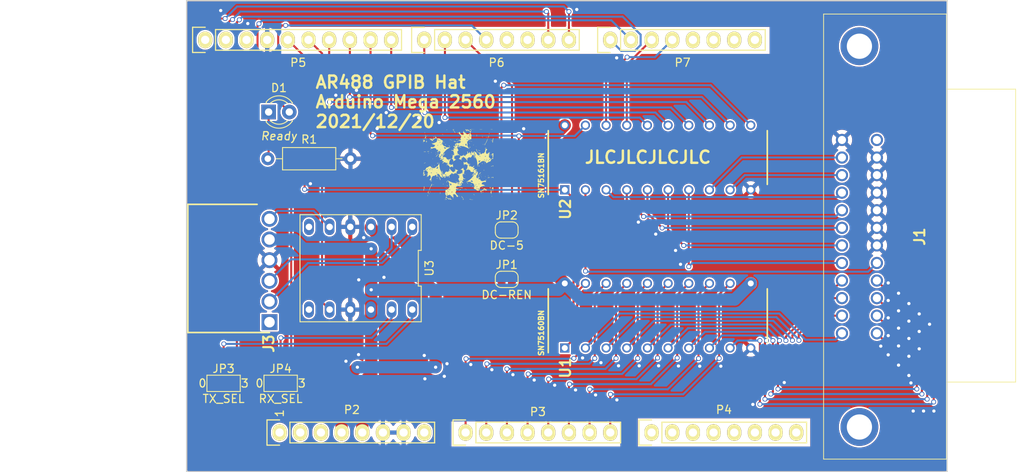
<source format=kicad_pcb>
(kicad_pcb (version 20211014) (generator pcbnew)
  (title_block (date "mar. 31 mars 2015"))
  (layers (0 "F.Cu" signal) (31 "B.Cu" signal) (34 "B.Paste" user) (35 "F.Paste" user) (36 "B.SilkS" user "B.Silkscreen") (37 "F.SilkS" user "F.Silkscreen") (38 "B.Mask" user) (39 "F.Mask" user) (44 "Edge.Cuts" user))
  (net 0 "")
  (net 1 "GND")
  (net 2 "+5V")
  (net 3 "/IOREF")
  (net 4 "/Reset")
  (net 5 "/Vin")
  (net 6 "/A0")
  (net 7 "/A1")
  (net 8 "/A2")
  (net 9 "/A3")
  (net 10 "/A4")
  (net 11 "/A5")
  (net 12 "/A6")
  (net 13 "/A7")
  (net 14 "/A8")
  (net 15 "/A9")
  (net 16 "/A10")
  (net 17 "/A11")
  (net 18 "/A12")
  (net 19 "/A13")
  (net 20 "/A14")
  (net 21 "/A15")
  (net 22 "/SCL")
  (net 23 "/SDA")
  (net 24 "/AREF")
  (net 25 "/13(**)")
  (net 26 "/12(**)")
  (net 27 "/11(**)")
  (net 28 "/10(**)")
  (net 29 "/9(**)")
  (net 30 "/8(**)")
  (net 31 "/7(**)")
  (net 32 "/6(**)")
  (net 33 "/5(**)")
  (net 34 "/4(**)")
  (net 35 "/3(**)")
  (net 36 "/2(**)")
  (net 37 "/20(SDA)")
  (net 38 "/21(SCL)")
  (net 39 "/GPIB1")
  (net 40 "/GPIB2")
  (net 41 "/GPIB3")
  (net 42 "/GPIB4")
  (net 43 "/GPIB5")
  (net 44 "/GPIB6")
  (net 45 "/GPIB7")
  (net 46 "+3V3")
  (net 47 "/1(Tx0)")
  (net 48 "/0(Rx0)")
  (net 49 "/14(Tx3)")
  (net 50 "/15(Rx3)")
  (net 51 "/16(Tx2)")
  (net 52 "/17(Rx2)")
  (net 53 "/18(Tx1)")
  (net 54 "/19(Rx1)")
  (net 55 "/GPIB8")
  (net 56 "/GPIB9")
  (net 57 "/GPIB10")
  (net 58 "/GPIB11")
  (net 59 "/GPIB13")
  (net 60 "/GPIB14")
  (net 61 "/GPIB15")
  (net 62 "/GPIB16")
  (net 63 "/GPIB17")
  (net 64 "/GPIB24")
  (net 68 "Net-(D1-Pad1)")
  (net 69 "/STATE")
  (net 70 "/RXD")
  (net 71 "/TXD")
  (net 72 "/EN")
  (net 73 "Net-(JP1-Pad1)")
  (net 74 "Net-(JP3-Pad2)")
  (net 75 "Net-(JP4-Pad2)")
  (footprint "Socket_Arduino_Mega:Socket_Strip_Arduino_1x08" (layer "F.Cu") (at 131.318 119.126)
    (fp_text reference "P2")
    (fp_text value "Power")
  )
  (footprint "Socket_Arduino_Mega:Socket_Strip_Arduino_1x08" (layer "F.Cu") (at 154.178 119.126)
    (fp_text reference "P3")
    (fp_text value "Analog")
  )
  (footprint "Socket_Arduino_Mega:Socket_Strip_Arduino_1x08" (layer "F.Cu") (at 177.038 119.126)
    (fp_text reference "P4")
    (fp_text value "Analog")
  )
  (footprint "Socket_Arduino_Mega:Socket_Strip_Arduino_1x10" (layer "F.Cu") (at 122.174 70.866)
    (fp_text reference "P5")
    (fp_text value "PWM")
  )
  (footprint "Socket_Arduino_Mega:Socket_Strip_Arduino_1x08" (layer "F.Cu") (at 149.098 70.866)
    (fp_text reference "P6")
    (fp_text value "PWM")
  )
  (footprint "Socket_Arduino_Mega:Socket_Strip_Arduino_1x08" (layer "F.Cu") (at 171.958 70.866)
    (fp_text reference "P7")
    (fp_text value "Communication")
  )
  (footprint "Socket_Arduino_Mega:DIP794W53P254L2540H508Q20N" (layer "F.Cu") (at 177.798 85.3268 90)
    (fp_text reference "U2")
    (fp_text value "SN75161BN" hide)
  )
  (footprint "Socket_Arduino_Mega:DIP794W53P254L2540H508Q20N" (layer "F.Cu") (at 177.798 104.7668 90)
    (fp_text reference "U1")
    (fp_text value "SN75160BN" hide)
  )
  (footprint "Jumper:SolderJumper-2_P1.3mm_Open_RoundedPad1.0x1.5mm" (layer "F.Cu") (at 159.2326 94.234)
    (fp_text reference "JP2")
    (fp_text value "DC-5")
  )
  (footprint "Jumper:SolderJumper-2_P1.3mm_Open_RoundedPad1.0x1.5mm" (layer "F.Cu") (at 159.2326 100.3046)
    (fp_text reference "JP1")
    (fp_text value "DC-REN")
  )
  (footprint "Socket_Arduino_Mega:logo" (layer "F.Cu") (at 153.289 86.1822)
    (fp_text reference "G***" hide)
    (fp_text value "LOGO" hide)
  )
  (footprint "Socket_Arduino_Mega:DIP-12_400_ELL" (layer "F.Cu") (at 142.2654 99.9236 -90)
    (fp_text reference "U3")
    (fp_text value "Level_Shifter")
  )
  (footprint "Resistor_THT:R_Axial_DIN0207_L6.3mm_D2.5mm_P10.16mm_Horizontal" (layer "F.Cu") (at 129.8702 85.471)
    (fp_text reference "R1")
    (fp_text value "1k")
  )
  (footprint "Socket_Arduino_Mega:112024213R001" (layer "F.Cu") (at 200.4368 106.9268 90)
    (fp_text reference "J1")
    (fp_text value "112-024-213R001" hide)
  )
  (footprint "Socket_Arduino_Mega:RHDRRA6W79P0X254_1X6_1575X851X241P" (layer "F.Cu") (at 130.0734 105.5624 90)
    (fp_text reference "J3")
    (fp_text value "HC-05" hide)
  )
  (footprint "Jumper:SolderJumper-3_P1.3mm_Open_Pad1.0x1.5mm_NumberLabels" (layer "F.Cu") (at 124.434594 113.0808)
    (fp_text reference "JP3")
    (fp_text value "TX_SEL")
  )
  (footprint "LED_THT:LED_D3.0mm" (layer "F.Cu") (at 129.9702 79.7306)
    (fp_text reference "D1")
    (fp_text value "Ready")
  )
  (footprint "Jumper:SolderJumper-3_P1.3mm_Open_Pad1.0x1.5mm_NumberLabels" (layer "F.Cu") (at 131.444994 113.0808)
    (fp_text reference "JP4")
    (fp_text value "RX_SEL")
  )
  (gr_line (start 119.888 123.952) (end 119.888 66.04) (layer "Edge.Cuts") (width 0.15))
  (gr_line (start 213.36 123.952) (end 119.888 123.952) (layer "Edge.Cuts") (width 0.15))
  (gr_line (start 213.36 123.952) (end 213.36 66.04) (layer "Edge.Cuts") (width 0.15))
  (gr_line (start 119.888 66.04) (end 213.36 66.04) (layer "Edge.Cuts") (width 0.15))
  (gr_text "SN75161BN" (at 163.4744 87.5284 90) (layer "F.SilkS") (effects (font (size 0.635 0.635))))
  (gr_text "JLCJLCJLCJLC" (at 176.5808 85.2932) (layer "F.SilkS") (effects (font (size 1.5 1.5) (thickness 0.3))))
  (gr_text "SN75160BN" (at 163.4744 106.8832 90) (layer "F.SilkS") (effects (font (size 0.635 0.635) (thickness 0.15875))))
  (gr_text "1" (at 131.318 116.7638 90) (layer "F.SilkS") (effects (font (size 1 1))))
  (gr_text "AR488 GPIB Hat\nArduino Mega 2560\n2021/12/20" (at 135.5852 78.486) (layer "F.SilkS") (effects (font (size 1.5 1.5) (thickness 0.3)) (justify left)))
  (via (at 189.484 115.6716) (size 0.6) (drill 0.4) (layers "F.Cu" "B.Cu") (net 1))
  (via (at 143.3068 81.7626) (size 0.6) (drill 0.4) (layers "F.Cu" "B.Cu") (net 1))
  (via (at 207.391 110.8456) (size 0.6) (drill 0.4) (layers "F.Cu" "B.Cu") (net 1))
  (via (at 207.391 108.4834) (size 0.6) (drill 0.4) (layers "F.Cu" "B.Cu") (net 1))
  (via (at 209.931 108.839) (size 0.6) (drill 0.4) (layers "F.Cu" "B.Cu") (net 1))
  (via (at 208.661 107.569) (size 0.6) (drill 0.4) (layers "F.Cu" "B.Cu") (net 1))
  (via (at 168.5544 109.9566) (size 0.6) (drill 0.4) (layers "F.Cu" "B.Cu") (net 1))
  (via (at 148.4122 80.4418) (size 0.6) (drill 0.4) (layers "F.Cu" "B.Cu") (net 1))
  (via (at 172.974 110.9218) (size 0.6) (drill 0.4) (layers "F.Cu" "B.Cu") (net 1))
  (via (at 211.7344 116.4844) (size 0.6) (drill 0.4) (layers "F.Cu" "B.Cu") (net 1))
  (via (at 144.4244 79.8068) (size 0.6) (drill 0.4) (layers "F.Cu" "B.Cu") (net 1))
  (via (at 193.3448 112.9792) (size 0.6) (drill 0.4) (layers "F.Cu" "B.Cu") (net 1))
  (via (at 161.3154 81.788) (size 0.6) (drill 0.4) (layers "F.Cu" "B.Cu") (net 1))
  (via (at 167.8432 67.1322) (size 0.6) (drill 0.4) (layers "F.Cu" "B.Cu") (net 1))
  (via (at 157.4038 111.4044) (size 0.6) (drill 0.4) (layers "F.Cu" "B.Cu") (net 1))
  (via (at 207.391 102.0064) (size 0.6) (drill 0.4) (layers "F.Cu" "B.Cu") (net 1))
  (via (at 209.931 106.7054) (size 0.6) (drill 0.4) (layers "F.Cu" "B.Cu") (net 1))
  (via (at 208.661 109.7534) (size 0.6) (drill 0.4) (layers "F.Cu" "B.Cu") (net 1))
  (via (at 151.892 110.6678) (size 0.6) (drill 0.4) (layers "F.Cu" "B.Cu") (net 1))
  (via (at 172.7708 115.1128) (size 0.6) (drill 0.4) (layers "F.Cu" "B.Cu") (net 1))
  (via (at 207.391 104.1654) (size 0.6) (drill 0.4) (layers "F.Cu" "B.Cu") (net 1))
  (via (at 150.9268 81.026) (size 0.6) (drill 0.4) (layers "F.Cu" "B.Cu") (net 1))
  (via (at 206.121 100.7364) (size 0.6) (drill 0.4) (layers "F.Cu" "B.Cu") (net 1))
  (via (at 207.391 106.299) (size 0.6) (drill 0.4) (layers "F.Cu" "B.Cu") (net 1))
  (via (at 141.6558 95.1738) (size 0.6) (drill 0.4) (layers "F.Cu" "B.Cu") (net 1))
  (via (at 206.121 105.029) (size 0.6) (drill 0.4) (layers "F.Cu" "B.Cu") (net 1))
  (via (at 205.2066 108.5088) (size 0.6) (drill 0.4) (layers "F.Cu" "B.Cu") (net 1))
  (via (at 206.121 107.2134) (size 0.6) (drill 0.4) (layers "F.Cu" "B.Cu") (net 1))
  (via (at 175.514 110.9218) (size 0.6) (drill 0.4) (layers "F.Cu" "B.Cu") (net 1))
  (via (at 208.915 113.03) (size 0.6) (drill 0.4) (layers "F.Cu" "B.Cu") (net 1))
  (via (at 167.6908 113.8936) (size 0.6) (drill 0.4) (layers "F.Cu" "B.Cu") (net 1))
  (via (at 144.145 100.0506) (size 0.6) (drill 0.4) (layers "F.Cu" "B.Cu") (net 1))
  (via (at 127.4064 68.8594) (size 0.6) (drill 0.4) (layers "F.Cu" "B.Cu") (net 1))
  (via (at 206.121 109.5756) (size 0.6) (drill 0.4) (layers "F.Cu" "B.Cu") (net 1))
  (via (at 159.9946 112.014) (size 0.6) (drill 0.4) (layers "F.Cu" "B.Cu") (net 1))
  (via (at 182.9562 110.9726) (size 0.6) (drill 0.4) (layers "F.Cu" "B.Cu") (net 1))
  (via (at 149.1742 112.522) (size 0.6) (drill 0.4) (layers "F.Cu" "B.Cu") (net 1))
  (via (at 211.201 105.8164) (size 0.6) (drill 0.4) (layers "F.Cu" "B.Cu") (net 1))
  (via (at 165.1254 113.3094) (size 0.6) (drill 0.4) (layers "F.Cu" "B.Cu") (net 1))
  (via (at 170.815 110.5408) (size 0.6) (drill 0.4) (layers "F.Cu" "B.Cu") (net 1))
  (via (at 177.546 94.742) (size 0.6) (drill 0.4) (layers "F.Cu" "B.Cu") (net 1))
  (via (at 141.0462 100.3554) (size 0.6) (drill 0.4) (layers "F.Cu" "B.Cu") (net 1))
  (via (at 139.4714 110.363) (size 0.6) (drill 0.4) (layers "F.Cu" "B.Cu") (net 1))
  (via (at 177.9016 110.9218) (size 0.6) (drill 0.4) (layers "F.Cu" "B.Cu") (net 1))
  (via (at 135.1026 88.5444) (size 0.6) (drill 0.4) (layers "F.Cu" "B.Cu") (net 1))
  (via (at 208.661 105.4354) (size 0.6) (drill 0.4) (layers "F.Cu" "B.Cu") (net 1))
  (via (at 140.7668 77.0636) (size 0.6) (drill 0.4) (layers "F.Cu" "B.Cu") (net 1))
  (via (at 170.1546 114.5032) (size 0.6) (drill 0.4) (layers "F.Cu" "B.Cu") (net 1))
  (via (at 180.34 110.9472) (size 0.6) (drill 0.4) (layers "F.Cu" "B.Cu") (net 1))
  (via (at 180.594 98.4504) (size 0.6) (drill 0.4) (layers "F.Cu" "B.Cu") (net 1))
  (via (at 209.1944 116.4844) (size 0.6) (drill 0.4) (layers "F.Cu" "B.Cu") (net 1))
  (via (at 157.8356 75.946) (size 0.6) (drill 0.4) (layers "F.Cu" "B.Cu") (net 1))
  (via (at 175.4124 93.2688) (size 0.6) (drill 0.4) (layers "F.Cu" "B.Cu") (net 1))
  (via (at 149.098 109.6518) (size 0.6) (drill 0.4) (layers "F.Cu" "B.Cu") (net 1))
  (via (at 172.7454 73.0758) (size 0.6) (drill 0.4) (layers "F.Cu" "B.Cu") (net 1))
  (via (at 138.2268 77.6732) (size 0.6) (drill 0.4) (layers "F.Cu" "B.Cu") (net 1))
  (via (at 210.4644 116.4844) (size 0.6) (drill 0.4) (layers "F.Cu" "B.Cu") (net 1))
  (via (at 141.0208 109.5502) (size 0.6) (drill 0.4) (layers "F.Cu" "B.Cu") (net 1))
  (via (at 209.931 104.5464) (size 0.6) (drill 0.4) (layers "F.Cu" "B.Cu") (net 1))
  (via (at 124.079 67.2592) (size 0.6) (drill 0.4) (layers "F.Cu" "B.Cu") (net 1))
  (via (at 151.5618 112.2172) (size 0.6) (drill 0.4) (layers "F.Cu" "B.Cu") (net 1))
  (via (at 179.9844 96.7486) (size 0.6) (drill 0.4) (layers "F.Cu" "B.Cu") (net 1))
  (via (at 162.6108 112.6744) (size 0.6) (drill 0.4) (layers "F.Cu" "B.Cu") (net 1))
  (via (at 208.661 103.2764) (size 0.6) (drill 0.4) (layers "F.Cu" "B.Cu") (net 1))
  (via (at 206.121 102.8954) (size 0.6) (drill 0.4) (layers "F.Cu" "B.Cu") (net 1))
  (via (at 154.813 110.7694) (size 0.6) (drill 0.4) (layers "F.Cu" "B.Cu") (net 1))
  (via (at 185.547 110.9726) (size 0.6) (drill 0.4) (layers "F.Cu" "B.Cu") (net 1))
  (via (at 208.661 112.1156) (size 0.6) (drill 0.4) (layers "F.Cu" "B.Cu") (net 1))
  (segment (start 141.478 113.0808) (end 142.5768 111.982) (width 1.5) (layer "F.Cu") (net 2))
  (segment (start 142.5768 111.982) (end 142.5768 105.0224) (width 1.5) (layer "F.Cu") (net 2))
  (segment (start 142.5768 103.3224) (end 142.5768 101.5812) (width 1.5) (layer "F.Cu") (net 2))
  (segment (start 164.853489 99.282289) (end 164.853489 82.871311) (width 1.5) (layer "F.Cu") (net 2))
  (segment (start 166.368 100.7968) (end 164.853489 99.282289) (width 1.5) (layer "F.Cu") (net 2))
  (segment (start 141.478 119.126) (end 141.478 113.0808) (width 1.5) (layer "F.Cu") (net 2))
  (segment (start 142.5768 101.5812) (end 142.5768 96.552) (width 1.5) (layer "F.Cu") (net 2))
  (segment (start 142.5768 103.3224) (end 142.5768 105.0224) (width 1.5) (layer "F.Cu") (net 2))
  (segment (start 142.5768 96.552) (end 142.5702 96.5454) (width 1.5) (layer "F.Cu") (net 2))
  (segment (start 164.853489 82.871311) (end 166.368 81.3568) (width 1.5) (layer "F.Cu") (net 2))
  (via (at 142.5702 96.5454) (size 0.6) (drill 0.4) (layers "F.Cu" "B.Cu") (net 2))
  (via (at 142.5768 101.5812) (size 0.6) (drill 0.4) (layers "F.Cu" "B.Cu") (net 2))
  (segment (start 166.368 100.7968) (end 168.3512 102.78) (width 1.5) (layer "B.Cu") (net 2))
  (segment (start 168.3512 102.78) (end 187.2448 102.78) (width 1.5) (layer "B.Cu") (net 2))
  (segment (start 187.2448 102.78) (end 189.228 100.7968) (width 1.5) (layer "B.Cu") (net 2))
  (segment (start 142.5768 101.5812) (end 165.5836 101.5812) (width 1.5) (layer "B.Cu") (net 2))
  (segment (start 165.5836 101.5812) (end 166.368 100.7968) (width 1.5) (layer "B.Cu") (net 2))
  (segment (start 133.096 95.4024) (end 130.0734 95.4024) (width 1.5) (layer "B.Cu") (net 2))
  (segment (start 142.5702 96.5454) (end 134.239 96.5454) (width 1.5) (layer "B.Cu") (net 2))
  (segment (start 134.239 96.5454) (end 133.096 95.4024) (width 1.5) (layer "B.Cu") (net 2))
  (segment (start 167.892039 101.812761) (end 168.908 100.7968) (width 0.25) (layer "F.Cu") (net 6))
  (segment (start 154.178 110.109) (end 154.2288 110.0582) (width 0.25) (layer "F.Cu") (net 6))
  (segment (start 167.892039 109.602961) (end 167.892039 101.812761) (width 0.25) (layer "F.Cu") (net 6))
  (segment (start 167.4876 110.0074) (end 167.892039 109.602961) (width 0.25) (layer "F.Cu") (net 6))
  (segment (start 154.178 119.126) (end 154.178 110.109) (width 0.25) (layer "F.Cu") (net 6))
  (via (at 167.4876 110.0074) (size 0.6) (drill 0.4) (layers "F.Cu" "B.Cu") (net 6))
  (via (at 154.2288 110.0582) (size 0.6) (drill 0.4) (layers "F.Cu" "B.Cu") (net 6))
  (segment (start 167.4368 110.0582) (end 167.4876 110.0074) (width 0.25) (layer "B.Cu") (net 6))
  (segment (start 154.2288 110.0582) (end 167.4368 110.0582) (width 0.25) (layer "B.Cu") (net 6))
  (segment (start 170.053 102.1918) (end 171.448 100.7968) (width 0.25) (layer "F.Cu") (net 7))
  (segment (start 156.718 110.7589) (end 156.7942 110.6827) (width 0.25) (layer "F.Cu") (net 7))
  (segment (start 156.718 119.126) (end 156.718 110.7589) (width 0.25) (layer "F.Cu") (net 7))
  (segment (start 170.053 110.0074) (end 170.053 102.1918) (width 0.25) (layer "F.Cu") (net 7))
  (via (at 170.053 110.0074) (size 0.6) (drill 0.4) (layers "F.Cu" "B.Cu") (net 7))
  (via (at 156.7942 110.6827) (size 0.6) (drill 0.4) (layers "F.Cu" "B.Cu") (net 7))
  (segment (start 169.3777 110.6827) (end 170.053 110.0074) (width 0.25) (layer "B.Cu") (net 7))
  (segment (start 156.7942 110.6827) (end 169.3777 110.6827) (width 0.25) (layer "B.Cu") (net 7))
  (segment (start 172.6692 110.0074) (end 172.6692 102.1156) (width 0.25) (layer "F.Cu") (net 8))
  (segment (start 172.6692 102.1156) (end 173.988 100.7968) (width 0.25) (layer "F.Cu") (net 8))
  (segment (start 159.258 119.126) (end 159.258 111.3072) (width 0.25) (layer "F.Cu") (net 8))
  (via (at 159.258 111.3072) (size 0.6) (drill 0.4) (layers "F.Cu" "B.Cu") (net 8))
  (via (at 172.6692 110.0074) (size 0.6) (drill 0.4) (layers "F.Cu" "B.Cu") (net 8))
  (segment (start 159.258 111.3072) (end 171.3694 111.3072) (width 0.25) (layer "B.Cu") (net 8))
  (segment (start 171.3694 111.3072) (end 172.6692 110.0074) (width 0.25) (layer "B.Cu") (net 8))
  (segment (start 161.798 119.126) (end 161.798 112.0079) (width 0.25) (layer "F.Cu") (net 9))
  (segment (start 175.3362 101.9886) (end 176.528 100.7968) (width 0.25) (layer "F.Cu") (net 9))
  (segment (start 175.3362 110.0074) (end 175.3362 101.9886) (width 0.25) (layer "F.Cu") (net 9))
  (segment (start 161.798 112.0079) (end 161.8742 111.9317) (width 0.25) (layer "F.Cu") (net 9))
  (via (at 175.3362 110.0074) (size 0.6) (drill 0.4) (layers "F.Cu" "B.Cu") (net 9))
  (via (at 161.8742 111.9317) (size 0.6) (drill 0.4) (layers "F.Cu" "B.Cu") (net 9))
  (segment (start 173.4119 111.9317) (end 175.3362 110.0074) (width 0.25) (layer "B.Cu") (net 9))
  (segment (start 161.8742 111.9317) (end 173.4119 111.9317) (width 0.25) (layer "B.Cu") (net 9))
  (segment (start 177.7746 109.9566) (end 177.7746 102.0902) (width 0.25) (layer "F.Cu") (net 10))
  (segment (start 177.7746 102.0902) (end 179.068 100.7968) (width 0.25) (layer "F.Cu") (net 10))
  (segment (start 164.338 119.126) (end 164.338 112.607) (width 0.25) (layer "F.Cu") (net 10))
  (segment (start 164.338 112.607) (end 164.3888 112.5562) (width 0.25) (layer "F.Cu") (net 10))
  (via (at 177.7746 109.9566) (size 0.6) (drill 0.4) (layers "F.Cu" "B.Cu") (net 10))
  (via (at 164.3888 112.5562) (size 0.6) (drill 0.4) (layers "F.Cu" "B.Cu") (net 10))
  (segment (start 164.3888 112.5562) (end 175.175 112.5562) (width 0.25) (layer "B.Cu") (net 10))
  (segment (start 175.175 112.5562) (end 177.7746 109.9566) (width 0.25) (layer "B.Cu") (net 10))
  (segment (start 180.1876 109.9566) (end 180.1876 102.2172) (width 0.25) (layer "F.Cu") (net 11))
  (segment (start 166.878 113.2569) (end 166.9542 113.1807) (width 0.25) (layer "F.Cu") (net 11))
  (segment (start 180.1876 102.2172) (end 181.608 100.7968) (width 0.25) (layer "F.Cu") (net 11))
  (segment (start 166.878 119.126) (end 166.878 113.2569) (width 0.25) (layer "F.Cu") (net 11))
  (via (at 166.9542 113.1807) (size 0.6) (drill 0.4) (layers "F.Cu" "B.Cu") (net 11))
  (via (at 180.1876 109.9566) (size 0.6) (drill 0.4) (layers "F.Cu" "B.Cu") (net 11))
  (segment (start 176.9635 113.1807) (end 180.1876 109.9566) (width 0.25) (layer "B.Cu") (net 11))
  (segment (start 166.9542 113.1807) (end 176.9635 113.1807) (width 0.25) (layer "B.Cu") (net 11))
  (segment (start 169.418 119.126) (end 169.418 113.8306) (width 0.25) (layer "F.Cu") (net 12))
  (segment (start 169.418 113.8306) (end 169.4434 113.8052) (width 0.25) (layer "F.Cu") (net 12))
  (segment (start 182.8038 102.141) (end 184.148 100.7968) (width 0.25) (layer "F.Cu") (net 12))
  (segment (start 182.8038 110.0328) (end 182.8038 102.141) (width 0.25) (layer "F.Cu") (net 12))
  (via (at 169.4434 113.8052) (size 0.6) (drill 0.4) (layers "F.Cu" "B.Cu") (net 12))
  (via (at 182.8038 110.0328) (size 0.6) (drill 0.4) (layers "F.Cu" "B.Cu") (net 12))
  (segment (start 169.4434 113.8052) (end 179.0314 113.8052) (width 0.25) (layer "B.Cu") (net 12))
  (segment (start 179.0314 113.8052) (end 182.8038 110.0328) (width 0.25) (layer "B.Cu") (net 12))
  (segment (start 185.3438 110.0074) (end 185.3438 102.141) (width 0.25) (layer "F.Cu") (net 13))
  (segment (start 185.3438 102.141) (end 186.688 100.7968) (width 0.25) (layer "F.Cu") (net 13))
  (segment (start 171.958 119.126) (end 171.958 114.4551) (width 0.25) (layer "F.Cu") (net 13))
  (segment (start 171.958 114.4551) (end 171.9834 114.4297) (width 0.25) (layer "F.Cu") (net 13))
  (via (at 185.3438 110.0074) (size 0.6) (drill 0.4) (layers "F.Cu" "B.Cu") (net 13))
  (via (at 171.9834 114.4297) (size 0.6) (drill 0.4) (layers "F.Cu" "B.Cu") (net 13))
  (segment (start 171.9834 114.4297) (end 180.9215 114.4297) (width 0.25) (layer "B.Cu") (net 13))
  (segment (start 180.9215 114.4297) (end 185.3438 110.0074) (width 0.25) (layer "B.Cu") (net 13))
  (segment (start 134.3914 89.2302) (end 134.3914 72.9234) (width 0.25) (layer "F.Cu") (net 25))
  (segment (start 167.442519 90.371319) (end 167.442519 107.662281) (width 0.25) (layer "F.Cu") (net 25))
  (segment (start 167.442519 107.662281) (end 166.368 108.7368) (width 0.25) (layer "F.Cu") (net 25))
  (segment (start 134.3914 72.9234) (end 132.334 70.866) (width 0.25) (layer "F.Cu") (net 25))
  (segment (start 166.368 89.2968) (end 167.442519 90.371319) (width 0.25) (layer "F.Cu") (net 25))
  (via (at 134.3914 89.2302) (size 0.6) (drill 0.4) (layers "F.Cu" "B.Cu") (net 25))
  (segment (start 134.458 89.2968) (end 134.3914 89.2302) (width 0.25) (layer "B.Cu") (net 25))
  (segment (start 166.368 89.2968) (end 134.458 89.2968) (width 0.25) (layer "B.Cu") (net 25))
  (segment (start 137.4648 104.013) (end 136.54028 103.08848) (width 0.25) (layer "F.Cu") (net 26))
  (segment (start 136.54028 72.53228) (end 134.874 70.866) (width 0.25) (layer "F.Cu") (net 26))
  (segment (start 136.54028 103.08848) (end 136.54028 72.53228) (width 0.25) (layer "F.Cu") (net 26))
  (segment (start 137.4648 78.5114) (end 137.414 78.4606) (width 0.25) (layer "F.Cu") (net 27))
  (segment (start 137.414 78.4606) (end 137.414 70.866) (width 0.25) (layer "F.Cu") (net 27))
  (via (at 137.4648 78.5114) (size 0.6) (drill 0.4) (layers "F.Cu" "B.Cu") (net 27))
  (segment (start 181.3026 78.5114) (end 137.4648 78.5114) (width 0.25) (layer "B.Cu") (net 27))
  (segment (start 184.148 81.3568) (end 181.3026 78.5114) (width 0.25) (layer "B.Cu") (net 27))
  (segment (start 139.9286 77.8869) (end 139.954 77.8615) (width 0.25) (layer "F.Cu") (net 28))
  (segment (start 139.954 77.8615) (end 139.954 70.866) (width 0.25) (layer "F.Cu") (net 28))
  (via (at 139.9286 77.8869) (size 0.6) (drill 0.4) (layers "F.Cu" "B.Cu") (net 28))
  (segment (start 186.688 81.3568) (end 183.2181 77.8869) (width 0.25) (layer "B.Cu") (net 28))
  (segment (start 183.2181 77.8869) (end 139.9286 77.8869) (width 0.25) (layer "B.Cu") (net 28))
  (segment (start 159.8826 100.3046) (end 160.712262 99.474938) (width 0.25) (layer "F.Cu") (net 29))
  (segment (start 142.494 82.3976) (end 142.494 70.866) (width 0.25) (layer "F.Cu") (net 29))
  (segment (start 160.712262 99.474938) (end 160.712262 82.695938) (width 0.25) (layer "F.Cu") (net 29))
  (segment (start 160.712262 82.695938) (end 160.7312 82.677) (width 0.25) (layer "F.Cu") (net 29))
  (segment (start 142.748 82.6516) (end 142.494 82.3976) (width 0.25) (layer "F.Cu") (net 29))
  (via (at 160.7312 82.677) (size 0.6) (drill 0.4) (layers "F.Cu" "B.Cu") (net 29))
  (via (at 142.748 82.6516) (size 0.6) (drill 0.4) (layers "F.Cu" "B.Cu") (net 29))
  (segment (start 160.690889 82.636689) (end 142.762911 82.636689) (width 0.25) (layer "B.Cu") (net 29))
  (segment (start 160.7312 82.677) (end 167.5878 82.677) (width 0.25) (layer "B.Cu") (net 29))
  (segment (start 142.762911 82.636689) (end 142.748 82.6516) (width 0.25) (layer "B.Cu") (net 29))
  (segment (start 167.5878 82.677) (end 168.908 81.3568) (width 0.25) (layer "B.Cu") (net 29))
  (segment (start 160.7312 82.677) (end 160.690889 82.636689) (width 0.25) (layer "B.Cu") (net 29))
  (segment (start 145.034 79.1464) (end 145.034 70.866) (width 0.25) (layer "F.Cu") (net 30))
  (segment (start 145.0594 79.1718) (end 145.034 79.1464) (width 0.25) (layer "F.Cu") (net 30))
  (via (at 145.0594 79.1718) (size 0.6) (drill 0.4) (layers "F.Cu" "B.Cu") (net 30))
  (segment (start 179.423 79.1718) (end 145.0594 79.1718) (width 0.25) (layer "B.Cu") (net 30))
  (segment (start 181.608 81.3568) (end 179.423 79.1718) (width 0.25) (layer "B.Cu") (net 30))
  (segment (start 149.098 79.7306) (end 149.098 70.866) (width 0.25) (layer "F.Cu") (net 31))
  (segment (start 149.1742 79.8068) (end 149.098 79.7306) (width 0.25) (layer "F.Cu") (net 31))
  (via (at 149.1742 79.8068) (size 0.6) (drill 0.4) (layers "F.Cu" "B.Cu") (net 31))
  (segment (start 177.503089 79.791889) (end 149.189111 79.791889) (width 0.25) (layer "B.Cu") (net 31))
  (segment (start 149.189111 79.791889) (end 149.1742 79.8068) (width 0.25) (layer "B.Cu") (net 31))
  (segment (start 179.068 81.3568) (end 177.503089 79.791889) (width 0.25) (layer "B.Cu") (net 31))
  (segment (start 151.638 80.4164) (end 151.638 70.866) (width 0.25) (layer "F.Cu") (net 32))
  (via (at 151.638 80.4164) (size 0.6) (drill 0.4) (layers "F.Cu" "B.Cu") (net 32))
  (segment (start 175.5876 80.4164) (end 151.638 80.4164) (width 0.25) (layer "B.Cu") (net 32))
  (segment (start 176.528 81.3568) (end 175.5876 80.4164) (width 0.25) (layer "B.Cu") (net 32))
  (segment (start 159.8826 76.5706) (end 154.178 70.866) (width 0.25) (layer "F.Cu") (net 33))
  (segment (start 159.8826 94.234) (end 159.8826 76.5706) (width 0.25) (layer "F.Cu") (net 33))
  (segment (start 131.6482 69.088) (end 132.0546 69.088) (width 0.25) (layer "F.Cu") (net 34))
  (segment (start 131.14588 78.36628) (end 131.14588 69.59032) (width 0.25) (layer "F.Cu") (net 34))
  (segment (start 131.14588 69.59032) (end 131.6482 69.088) (width 0.25) (layer "F.Cu") (net 34))
  (segment (start 132.5102 79.7306) (end 131.14588 78.36628) (width 0.25) (layer "F.Cu") (net 34))
  (via (at 132.0546 69.088) (size 0.6) (drill 0.4) (layers "F.Cu" "B.Cu") (net 34))
  (segment (start 132.0546 69.088) (end 154.94 69.088) (width 0.25) (layer "B.Cu") (net 34))
  (segment (start 154.94 69.088) (end 156.718 70.866) (width 0.25) (layer "B.Cu") (net 34))
  (segment (start 192.731123 104.501369) (end 195.943705 107.713951) (width 0.25) (layer "B.Cu") (net 39))
  (segment (start 199.649649 107.713951) (end 200.4368 106.9268) (width 0.25) (layer "B.Cu") (net 39))
  (segment (start 195.943705 107.713951) (end 199.649649 107.713951) (width 0.25) (layer "B.Cu") (net 39))
  (segment (start 173.143431 104.501369) (end 192.731123 104.501369) (width 0.25) (layer "B.Cu") (net 39))
  (segment (start 168.908 108.7368) (end 173.143431 104.501369) (width 0.25) (layer "B.Cu") (net 39))
  (segment (start 195.144203 107.797642) (end 195.1228 107.776239) (width 0.25) (layer "F.Cu") (net 40))
  (segment (start 195.1228 107.776239) (end 195.1228 107.032236) (width 0.25) (layer "F.Cu") (net 40))
  (segment (start 195.1228 107.032236) (end 197.388236 104.7668) (width 0.25) (layer "F.Cu") (net 40))
  (segment (start 197.388236 104.7668) (end 200.4368 104.7668) (width 0.25) (layer "F.Cu") (net 40))
  (via (at 195.144203 107.797642) (size 0.6) (drill 0.4) (layers "F.Cu" "B.Cu") (net 40))
  (segment (start 175.233911 104.950889) (end 192.381482 104.950889) (width 0.25) (layer "B.Cu") (net 40))
  (segment (start 192.381482 104.950889) (end 195.144203 107.71361) (width 0.25) (layer "B.Cu") (net 40))
  (segment (start 195.144203 107.71361) (end 195.144203 107.797642) (width 0.25) (layer "B.Cu") (net 40))
  (segment (start 171.448 108.7368) (end 175.233911 104.950889) (width 0.25) (layer "B.Cu") (net 40))
  (segment (start 198.912518 102.6068) (end 200.4368 102.6068) (width 0.25) (layer "F.Cu") (net 41))
  (segment (start 194.344701 107.797301) (end 194.344701 107.174617) (width 0.25) (layer "F.Cu") (net 41))
  (segment (start 194.344701 107.174617) (end 198.912518 102.6068) (width 0.25) (layer "F.Cu") (net 41))
  (via (at 194.344701 107.797301) (size 0.6) (drill 0.4) (layers "F.Cu" "B.Cu") (net 41))
  (segment (start 177.324391 105.400409) (end 192.006214 105.400409) (width 0.25) (layer "B.Cu") (net 41))
  (segment (start 194.344701 107.738896) (end 194.344701 107.797301) (width 0.25) (layer "B.Cu") (net 41))
  (segment (start 192.006214 105.400409) (end 194.344701 107.738896) (width 0.25) (layer "B.Cu") (net 41))
  (segment (start 173.988 108.7368) (end 177.324391 105.400409) (width 0.25) (layer "B.Cu") (net 41))
  (segment (start 193.545612 107.337988) (end 200.4368 100.4468) (width 0.25) (layer "F.Cu") (net 42))
  (segment (start 193.545612 107.823) (end 193.545612 107.337988) (width 0.25) (layer "F.Cu") (net 42))
  (via (at 193.545612 107.823) (size 0.6) (drill 0.4) (layers "F.Cu" "B.Cu") (net 42))
  (segment (start 193.545612 107.73931) (end 193.545612 107.823) (width 0.25) (layer "B.Cu") (net 42))
  (segment (start 191.656231 105.849929) (end 193.545612 107.73931) (width 0.25) (layer "B.Cu") (net 42))
  (segment (start 179.414871 105.849929) (end 191.656231 105.849929) (width 0.25) (layer "B.Cu") (net 42))
  (segment (start 176.528 108.7368) (end 179.414871 105.849929) (width 0.25) (layer "B.Cu") (net 42))
  (segment (start 181.608 98.734811) (end 181.61 98.736811) (width 0.25) (layer "F.Cu") (net 43))
  (segment (start 181.608 89.2968) (end 181.608 98.734811) (width 0.25) (layer "F.Cu") (net 43))
  (via (at 181.61 98.736811) (size 0.6) (drill 0.4) (layers "F.Cu" "B.Cu") (net 43))
  (segment (start 181.61 98.736811) (end 182.060011 98.2868) (width 0.25) (layer "B.Cu") (net 43))
  (segment (start 182.060011 98.2868) (end 200.4368 98.2868) (width 0.25) (layer "B.Cu") (net 43))
  (segment (start 179.068 89.2968) (end 179.068 94.2235) (width 0.25) (layer "F.Cu") (net 44))
  (segment (start 179.068 94.2235) (end 180.9835 96.139) (width 0.25) (layer "F.Cu") (net 44))
  (via (at 180.9835 96.139) (size 0.6) (drill 0.4) (layers "F.Cu" "B.Cu") (net 44))
  (segment (start 180.9957 96.1268) (end 200.4368 96.1268) (width 0.25) (layer "B.Cu") (net 44))
  (segment (start 180.9835 96.139) (end 180.9957 96.1268) (width 0.25) (layer "B.Cu") (net 44))
  (segment (start 176.528 92.1746) (end 178.3334 93.98) (width 0.25) (layer "F.Cu") (net 45))
  (segment (start 176.528 89.2968) (end 176.528 92.1746) (width 0.25) (layer "F.Cu") (net 45))
  (via (at 178.3334 93.98) (size 0.6) (drill 0.4) (layers "F.Cu" "B.Cu") (net 45))
  (segment (start 178.3466 93.9668) (end 200.4368 93.9668) (width 0.25) (layer "B.Cu") (net 45))
  (segment (start 178.3334 93.98) (end 178.3466 93.9668) (width 0.25) (layer "B.Cu") (net 45))
  (segment (start 150.495 111.0996) (end 150.495 101.9406) (width 1.5) (layer "F.Cu") (net 46))
  (segment (start 150.495 101.9406) (end 142.5448 93.9904) (width 1.5) (layer "F.Cu") (net 46))
  (segment (start 138.938 113.03888) (end 140.87728 111.0996) (width 1.5) (layer "F.Cu") (net 46))
  (segment (start 138.938 119.126) (end 138.938 113.03888) (width 1.5) (layer "F.Cu") (net 46))
  (segment (start 142.5448 93.9904) (end 142.5448 93.853) (width 1.5) (layer "F.Cu") (net 46))
  (via (at 150.495 111.0996) (size 0.6) (drill 0.4) (layers "F.Cu" "B.Cu") (net 46))
  (via (at 140.87728 111.0996) (size 0.6) (drill 0.4) (layers "F.Cu" "B.Cu") (net 46))
  (segment (start 140.87728 111.0996) (end 150.495 111.0996) (width 1.5) (layer "B.Cu") (net 46))
  (segment (start 164.338 67.618069) (end 164.338 70.866) (width 0.25) (layer "F.Cu") (net 47))
  (segment (start 164.1094 67.389469) (end 164.338 67.618069) (width 0.25) (layer "F.Cu") (net 47))
  (segment (start 123.36212 70.385225) (end 125.379476 68.367869) (width 0.25) (layer "F.Cu") (net 47))
  (segment (start 123.36212 112.853274) (end 123.36212 70.385225) (width 0.25) (layer "F.Cu") (net 47))
  (segment (start 123.134594 113.0808) (end 123.36212 112.853274) (width 0.25) (layer "F.Cu") (net 47))
  (segment (start 125.379476 68.367869) (end 125.537854 68.367869) (width 0.25) (layer "F.Cu") (net 47))
  (via (at 164.1094 67.389469) (size 0.6) (drill 0.4) (layers "F.Cu" "B.Cu") (net 47))
  (via (at 125.537854 68.367869) (size 0.6) (drill 0.4) (layers "F.Cu" "B.Cu") (net 47))
  (segment (start 125.537854 68.367869) (end 125.537854 68.346153) (width 0.25) (layer "B.Cu") (net 47))
  (segment (start 125.537854 68.346153) (end 126.494538 67.389469) (width 0.25) (layer "B.Cu") (net 47))
  (segment (start 126.494538 67.389469) (end 164.1094 67.389469) (width 0.25) (layer "B.Cu") (net 47))
  (segment (start 121.7422 114.4016) (end 120.98588 113.64528) (width 0.25) (layer "F.Cu") (net 48))
  (segment (start 130.144994 113.0808) (end 130.144994 113.263206) (width 0.25) (layer "F.Cu") (net 48))
  (segment (start 166.878 67.389469) (end 166.878 70.866) (width 0.25) (layer "F.Cu") (net 48))
  (segment (start 120.98588 70.19992) (end 122.942041 68.243759) (width 0.25) (layer "F.Cu") (net 48))
  (segment (start 128.7272 114.681) (end 122.0216 114.681) (width 0.25) (layer "F.Cu") (net 48))
  (segment (start 122.0216 114.681) (end 121.7422 114.4016) (width 0.25) (layer "F.Cu") (net 48))
  (segment (start 130.144994 113.263206) (end 128.7272 114.681) (width 0.25) (layer "F.Cu") (net 48))
  (segment (start 120.98588 113.64528) (end 120.98588 70.19992) (width 0.25) (layer "F.Cu") (net 48))
  (segment (start 122.942041 68.243759) (end 124.620409 68.243759) (width 0.25) (layer "F.Cu") (net 48))
  (via (at 166.878 67.389469) (size 0.6) (drill 0.4) (layers "F.Cu" "B.Cu") (net 48))
  (via (at 124.620409 68.243759) (size 0.6) (drill 0.4) (layers "F.Cu" "B.Cu") (net 48))
  (segment (start 126.09921 66.764958) (end 166.253489 66.764958) (width 0.25) (layer "B.Cu") (net 48))
  (segment (start 166.253489 66.764958) (end 166.878 67.389469) (width 0.25) (layer "B.Cu") (net 48))
  (segment (start 124.620409 68.243759) (end 126.09921 66.764958) (width 0.25) (layer "B.Cu") (net 48))
  (segment (start 125.734594 113.0808) (end 126.06588 112.749514) (width 0.25) (layer "F.Cu") (net 49))
  (segment (start 126.06588 112.749514) (end 126.06588 68.70132) (width 0.25) (layer "F.Cu") (net 49))
  (segment (start 126.06588 68.70132) (end 126.365 68.4022) (width 0.25) (layer "F.Cu") (net 49))
  (via (at 126.365 68.4022) (size 0.6) (drill 0.4) (layers "F.Cu" "B.Cu") (net 49))
  (segment (start 173.478624 68.013969) (end 175.6918 70.227145) (width 0.25) (layer "B.Cu") (net 49))
  (segment (start 173.3042 72.2122) (end 171.958 70.866) (width 0.25) (layer "B.Cu") (net 49))
  (segment (start 126.753231 68.013969) (end 173.478624 68.013969) (width 0.25) (layer "B.Cu") (net 49))
  (segment (start 175.6918 70.227145) (end 175.6918 71.504855) (width 0.25) (layer "B.Cu") (net 49))
  (segment (start 175.6918 71.504855) (end 174.984455 72.2122) (width 0.25) (layer "B.Cu") (net 49))
  (segment (start 126.365 68.4022) (end 126.753231 68.013969) (width 0.25) (layer "B.Cu") (net 49))
  (segment (start 174.984455 72.2122) (end 173.3042 72.2122) (width 0.25) (layer "B.Cu") (net 49))
  (segment (start 128.7526 68.8848) (end 128.778 68.8848) (width 0.25) (layer "F.Cu") (net 50))
  (segment (start 128.745689 82.912511) (end 128.60588 82.772702) (width 0.25) (layer "F.Cu") (net 50))
  (segment (start 128.60588 82.772702) (end 128.60588 69.03152) (width 0.25) (layer "F.Cu") (net 50))
  (segment (start 128.60588 69.03152) (end 128.7526 68.8848) (width 0.25) (layer "F.Cu") (net 50))
  (segment (start 132.744994 89.936094) (end 128.745689 85.936789) (width 0.25) (layer "F.Cu") (net 50))
  (segment (start 132.744994 113.0808) (end 132.744994 89.936094) (width 0.25) (layer "F.Cu") (net 50))
  (segment (start 128.745689 85.936789) (end 128.745689 82.912511) (width 0.25) (layer "F.Cu") (net 50))
  (via (at 128.778 68.8848) (size 0.6) (drill 0.4) (layers "F.Cu" "B.Cu") (net 50))
  (segment (start 129.199311 68.463489) (end 172.095489 68.463489) (width 0.25) (layer "B.Cu") (net 50))
  (segment (start 128.778 68.8848) (end 129.199311 68.463489) (width 0.25) (layer "B.Cu") (net 50))
  (segment (start 172.095489 68.463489) (end 174.498 70.866) (width 0.25) (layer "B.Cu") (net 50))
  (segment (start 173.988 73.916) (end 177.038 70.866) (width 0.25) (layer "F.Cu") (net 51))
  (segment (start 173.988 81.3568) (end 173.988 73.916) (width 0.25) (layer "F.Cu") (net 51))
  (segment (start 171.448 75.572822) (end 174.031011 72.989811) (width 0.25) (layer "F.Cu") (net 52))
  (segment (start 171.448 81.3568) (end 171.448 75.572822) (width 0.25) (layer "F.Cu") (net 52))
  (via (at 174.031011 72.989811) (size 0.6) (drill 0.4) (layers "F.Cu" "B.Cu") (net 52))
  (segment (start 177.454189 72.989811) (end 179.578 70.866) (width 0.25) (layer "B.Cu") (net 52))
  (segment (start 174.031011 72.989811) (end 177.454189 72.989811) (width 0.25) (layer "B.Cu") (net 52))
  (segment (start 173.988 89.2968) (end 173.988 90.515393) (width 0.25) (layer "F.Cu") (net 55))
  (segment (start 173.988 90.515393) (end 176.055183 92.582576) (width 0.25) (layer "F.Cu") (net 55))
  (via (at 176.055183 92.582576) (size 0.6) (drill 0.4) (layers "F.Cu" "B.Cu") (net 55))
  (segment (start 199.661024 92.582576) (end 200.4368 91.8068) (width 0.25) (layer "B.Cu") (net 55))
  (segment (start 176.055183 92.582576) (end 199.661024 92.582576) (width 0.25) (layer "B.Cu") (net 55))
  (segment (start 172.337511 90.186311) (end 199.897289 90.186311) (width 0.25) (layer "B.Cu") (net 56))
  (segment (start 199.897289 90.186311) (end 200.4368 89.6468) (width 0.25) (layer "B.Cu") (net 56))
  (segment (start 171.448 89.2968) (end 172.337511 90.186311) (width 0.25) (layer "B.Cu") (net 56))
  (segment (start 186.688 89.2968) (end 188.498 87.4868) (width 0.25) (layer "B.Cu") (net 57))
  (segment (start 188.498 87.4868) (end 200.4368 87.4868) (width 0.25) (layer "B.Cu") (net 57))
  (segment (start 184.148 89.2968) (end 188.118 85.3268) (width 0.25) (layer "B.Cu") (net 58))
  (segment (start 188.118 85.3268) (end 200.4368 85.3268) (width 0.25) (layer "B.Cu") (net 58))
  (segment (start 192.746109 107.823) (end 192.571106 107.998003) (width 0.25) (layer "F.Cu") (net 59))
  (segment (start 209.636249 113.7727) (end 209.636249 111.836249) (width 0.25) (layer "F.Cu") (net 59))
  (segment (start 192.571106 107.998003) (end 192.571106 113.7727) (width 0.25) (layer "F.Cu") (net 59))
  (segment (start 209.636249 111.836249) (end 204.7268 106.9268) (width 0.25) (layer "F.Cu") (net 59))
  (via (at 209.636249 113.7727) (size 0.6) (drill 0.4) (layers "F.Cu" "B.Cu") (net 59))
  (via (at 192.571106 113.7727) (size 0.6) (drill 0.4) (layers "F.Cu" "B.Cu") (net 59))
  (via (at 192.746109 107.823) (size 0.6) (drill 0.4) (layers "F.Cu" "B.Cu") (net 59))
  (segment (start 181.505351 106.299449) (end 191.306248 106.299449) (width 0.25) (layer "B.Cu") (net 59))
  (segment (start 192.571106 113.7727) (end 209.636249 113.7727) (width 0.25) (layer "B.Cu") (net 59))
  (segment (start 192.746109 107.73931) (end 192.746109 107.823) (width 0.25) (layer "B.Cu") (net 59))
  (segment (start 179.068 108.7368) (end 181.505351 106.299449) (width 0.25) (layer "B.Cu") (net 59))
  (segment (start 191.306248 106.299449) (end 192.746109 107.73931) (width 0.25) (layer "B.Cu") (net 59))
  (segment (start 191.946606 114.136391) (end 191.685797 114.3972) (width 0.25) (layer "F.Cu") (net 60))
  (segment (start 210.260749 110.300749) (end 204.7268 104.7668) (width 0.25) (layer "F.Cu") (net 60))
  (segment (start 210.260749 114.3972) (end 210.260749 110.300749) (width 0.25) (layer "F.Cu") (net 60))
  (segment (start 191.946606 107.823) (end 191.946606 114.136391) (width 0.25) (layer "F.Cu") (net 60))
  (via (at 210.260749 114.3972) (size 0.6) (drill 0.4) (layers "F.Cu" "B.Cu") (net 60))
  (via (at 191.946606 107.823) (size 0.6) (drill 0.4) (layers "F.Cu" "B.Cu") (net 60))
  (via (at 191.685797 114.3972) (size 0.6) (drill 0.4) (layers "F.Cu" "B.Cu") (net 60))
  (segment (start 191.685797 114.3972) (end 210.260749 114.3972) (width 0.25) (layer "B.Cu") (net 60))
  (segment (start 183.595831 106.748969) (end 190.963523 106.748969) (width 0.25) (layer "B.Cu") (net 60))
  (segment (start 191.946606 107.732052) (end 191.946606 107.823) (width 0.25) (layer "B.Cu") (net 60))
  (segment (start 181.608 108.7368) (end 183.595831 106.748969) (width 0.25) (layer "B.Cu") (net 60))
  (segment (start 190.963523 106.748969) (end 191.946606 107.732052) (width 0.25) (layer "B.Cu") (net 60))
  (segment (start 191.147103 107.823) (end 190.9721 107.998003) (width 0.25) (layer "F.Cu") (net 61))
  (segment (start 190.9721 107.998003) (end 190.9721 115.0217) (width 0.25) (layer "F.Cu") (net 61))
  (segment (start 210.909632 108.789632) (end 204.7268 102.6068) (width 0.25) (layer "F.Cu") (net 61))
  (segment (start 210.909632 115.0217) (end 210.909632 108.789632) (width 0.25) (layer "F.Cu") (net 61))
  (via (at 190.9721 115.0217) (size 0.6) (drill 0.4) (layers "F.Cu" "B.Cu") (net 61))
  (via (at 191.147103 107.823) (size 0.6) (drill 0.4) (layers "F.Cu" "B.Cu") (net 61))
  (via (at 210.909632 115.0217) (size 0.6) (drill 0.4) (layers "F.Cu" "B.Cu") (net 61))
  (segment (start 185.686311 107.198489) (end 190.606282 107.198489) (width 0.25) (layer "B.Cu") (net 61))
  (segment (start 190.9721 115.0217) (end 210.909632 115.0217) (width 0.25) (layer "B.Cu") (net 61))
  (segment (start 190.606282 107.198489) (end 191.147103 107.73931) (width 0.25) (layer "B.Cu") (net 61))
  (segment (start 184.148 108.7368) (end 185.686311 107.198489) (width 0.25) (layer "B.Cu") (net 61))
  (segment (start 191.147103 107.73931) (end 191.147103 107.823) (width 0.25) (layer "B.Cu") (net 61))
  (segment (start 211.709 107.429) (end 204.7268 100.4468) (width 0.25) (layer "F.Cu") (net 62))
  (segment (start 190.3476 107.823) (end 190.3476 115.6462) (width 0.25) (layer "F.Cu") (net 62))
  (segment (start 211.709 115.3668) (end 211.709 107.429) (width 0.25) (layer "F.Cu") (net 62))
  (via (at 190.3476 115.6462) (size 0.6) (drill 0.4) (layers "F.Cu" "B.Cu") (net 62))
  (via (at 211.709 115.3668) (size 0.6) (drill 0.4) (layers "F.Cu" "B.Cu") (net 62))
  (via (at 190.3476 107.823) (size 0.6) (drill 0.4) (layers "F.Cu" "B.Cu") (net 62))
  (segment (start 187.6018 107.823) (end 190.3476 107.823) (width 0.25) (layer "B.Cu") (net 62))
  (segment (start 211.4296 115.6462) (end 211.709 115.3668) (width 0.25) (layer "B.Cu") (net 62))
  (segment (start 190.3476 115.6462) (end 211.4296 115.6462) (width 0.25) (layer "B.Cu") (net 62))
  (segment (start 186.688 108.7368) (end 187.6018 107.823) (width 0.25) (layer "B.Cu") (net 62))
  (segment (start 168.908 99.2866) (end 168.91 99.2886) (width 0.25) (layer "F.Cu") (net 63))
  (segment (start 168.908 89.2968) (end 168.908 99.2866) (width 0.25) (layer "F.Cu") (net 63))
  (via (at 168.91 99.2886) (size 0.6) (drill 0.4) (layers "F.Cu" "B.Cu") (net 63))
  (segment (start 203.652289 99.361311) (end 204.7268 98.2868) (width 0.25) (layer "B.Cu") (net 63))
  (segment (start 168.982711 99.361311) (end 203.652289 99.361311) (width 0.25) (layer "B.Cu") (net 63))
  (segment (start 168.91 99.2886) (end 168.982711 99.361311) (width 0.25) (layer "B.Cu") (net 63))
  (segment (start 129.9702 79.7306) (end 129.9702 85.371) (width 0.25) (layer "F.Cu") (net 68))
  (segment (start 129.9702 85.371) (end 129.8702 85.471) (width 0.25) (layer "F.Cu") (net 68))
  (segment (start 143.899398 98.29032) (end 147.6248 94.564918) (width 0.25) (layer "B.Cu") (net 70))
  (segment (start 130.0734 103.0224) (end 134.80548 98.29032) (width 0.25) (layer "B.Cu") (net 70))
  (segment (start 147.6248 94.564918) (end 147.6248 93.853) (width 0.25) (layer "B.Cu") (net 70))
  (segment (start 134.80548 98.29032) (end 143.899398 98.29032) (width 0.25) (layer "B.Cu") (net 70))
  (segment (start 145.0848 96.4692) (end 145.0848 93.853) (width 0.25) (layer "B.Cu") (net 71))
  (segment (start 132.715 97.8408) (end 143.7132 97.8408) (width 0.25) (layer "B.Cu") (net 71))
  (segment (start 130.0734 100.4824) (end 132.715 97.8408) (width 0.25) (layer "B.Cu") (net 71))
  (segment (start 143.7132 97.8408) (end 145.0848 96.4692) (width 0.25) (layer "B.Cu") (net 71))
  (segment (start 130.0734 92.8624) (end 131.0484 91.8874) (width 0.25) (layer "B.Cu") (net 72))
  (segment (start 131.0484 91.8874) (end 135.4992 91.8874) (width 0.25) (layer "B.Cu") (net 72))
  (segment (start 135.4992 91.8874) (end 137.4648 93.853) (width 0.25) (layer "B.Cu") (net 72))
  (segment (start 158.5826 77.532989) (end 158.5826 76.723) (width 0.25) (layer "F.Cu") (net 73))
  (segment (start 158.5826 94.234) (end 158.5826 77.532989) (width 0.25) (layer "F.Cu") (net 73))
  (segment (start 158.5826 100.3046) (end 158.5826 94.234) (width 0.25) (layer "F.Cu") (net 73))
  (segment (start 158.5826 76.723) (end 158.867211 76.438389) (width 0.25) (layer "F.Cu") (net 73))
  (via (at 158.867211 76.438389) (size 0.6) (drill 0.4) (layers "F.Cu" "B.Cu") (net 73))
  (segment (start 158.867211 76.438389) (end 184.309589 76.438389) (width 0.25) (layer "B.Cu") (net 73))
  (segment (start 184.309589 76.438389) (end 189.228 81.3568) (width 0.25) (layer "B.Cu") (net 73))
  (segment (start 124.434594 108.254806) (end 124.46 108.2294) (width 0.25) (layer "F.Cu") (net 74))
  (segment (start 124.434594 113.0808) (end 124.434594 108.254806) (width 0.25) (layer "F.Cu") (net 74))
  (via (at 124.46 108.2294) (size 0.6) (drill 0.4) (layers "F.Cu" "B.Cu") (net 74))
  (segment (start 124.46 108.2294) (end 144.4498 108.2294) (width 0.25) (layer "B.Cu") (net 74))
  (segment (start 144.4498 108.2294) (end 147.6568 105.0224) (width 0.25) (layer "B.Cu") (net 74))
  (segment (start 131.444994 107.518206) (end 131.4704 107.4928) (width 0.25) (layer "F.Cu") (net 75))
  (segment (start 131.444994 113.0808) (end 131.444994 107.518206) (width 0.25) (layer "F.Cu") (net 75))
  (via (at 131.4704 107.4928) (size 0.6) (drill 0.4) (layers "F.Cu" "B.Cu") (net 75))
  (segment (start 142.6464 107.4928) (end 145.1168 105.0224) (width 0.25) (layer "B.Cu") (net 75))
  (segment (start 131.4704 107.4928) (end 142.6464 107.4928) (width 0.25) (layer "B.Cu") (net 75))
  (zone (net 0) (net_name "") (layers F&B.Cu) (connect_pads (clearance 0)) (min_thickness 0.254)
    (keepout (tracks allowed) (vias allowed) (pads allowed) (copperpour not_allowed) (footprints allowed))
    (fill (thermal_gap 0.508) (thermal_bridge_width 0.508))
    (polygon (pts (xy 191.5414 72.5932) (xy 131.5212 72.5932) (xy 131.5212 69.2658) (xy 191.5414 69.2658)))
  )
  (zone (net 0) (net_name "") (layers F&B.Cu) (connect_pads (clearance 0)) (min_thickness 0.254)
    (keepout (tracks allowed) (vias allowed) (pads allowed) (copperpour not_allowed) (footprints allowed))
    (fill (thermal_gap 0.508) (thermal_bridge_width 0.508))
    (polygon (pts (xy 173.2026 120.8532) (xy 152.4254 120.8532) (xy 152.4254 117.7544) (xy 173.2026 117.7544)))
  )
  (zone (net 1) (net_name "GND") (layers F&B.Cu) (connect_pads (clearance 0)) (min_thickness 0.254) (fill yes (thermal_gap 0.508) (thermal_bridge_width 0.508))
    (polygon (pts (xy 213.3092 123.9012) (xy 119.9388 123.9012) (xy 119.9388 66.0908) (xy 213.3092 66.0908)))
  )
  (zone (net 0) (net_name "") (layers F&B.Cu) (connect_pads (clearance 0)) (min_thickness 0.254)
    (keepout (tracks allowed) (vias allowed) (pads allowed) (copperpour not_allowed) (footprints allowed))
    (fill (thermal_gap 0.508) (thermal_bridge_width 0.508))
    (polygon (pts (xy 196.5452 120.8532) (xy 175.3362 120.8532) (xy 175.3362 117.3734) (xy 196.5452 117.3734)))
  )
)
</source>
